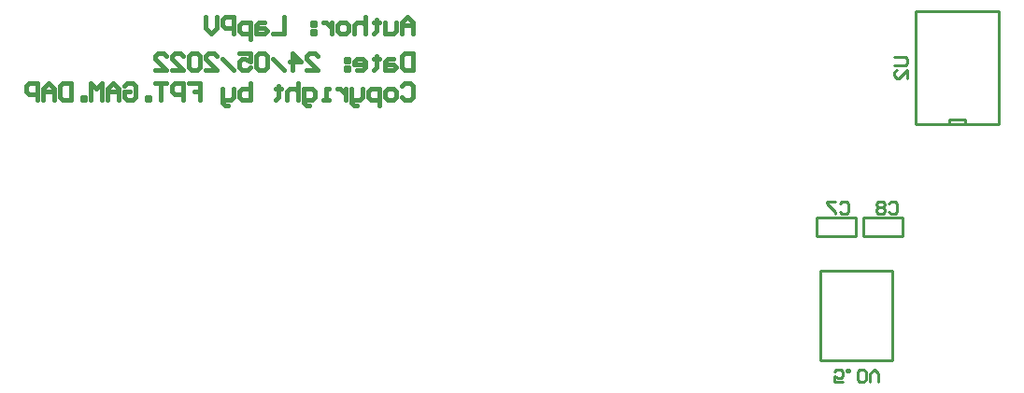
<source format=gbo>
G04*
G04 #@! TF.GenerationSoftware,Altium Limited,Altium Designer,21.6.1 (37)*
G04*
G04 Layer_Color=32896*
%FSTAX24Y24*%
%MOIN*%
G70*
G04*
G04 #@! TF.SameCoordinates,59C10F7D-216A-4877-8410-82FF31B31C47*
G04*
G04*
G04 #@! TF.FilePolarity,Positive*
G04*
G01*
G75*
%ADD10C,0.0100*%
%ADD11C,0.0150*%
D10*
X05305Y026115D02*
Y026785D01*
X05445D01*
X05305Y026115D02*
X05445D01*
Y026785D01*
X0547Y026115D02*
Y026785D01*
X0561D01*
X0547Y026115D02*
X0561D01*
Y026785D01*
X057762Y03031D02*
X058332D01*
Y030185D02*
Y03031D01*
X057762Y03012D02*
Y03031D01*
X056567Y03012D02*
Y03418D01*
X059537D01*
Y03012D02*
Y03418D01*
X056567Y03012D02*
X059537D01*
X053176Y021712D02*
X055735D01*
Y024902D01*
X053176D02*
X055735D01*
X053176Y021712D02*
Y024902D01*
X053875Y0273D02*
X05395Y027375D01*
X0541D01*
X054175Y0273D01*
Y027D01*
X0541Y026925D01*
X05395D01*
X053875Y027D01*
X053725Y027375D02*
X053425D01*
Y0273D01*
X053725Y027D01*
Y026925D01*
X055625Y0273D02*
X0557Y027375D01*
X05585D01*
X055925Y0273D01*
Y027D01*
X05585Y026925D01*
X0557D01*
X055625Y027D01*
X055475Y0273D02*
X0554Y027375D01*
X05525D01*
X055175Y0273D01*
Y027225D01*
X05525Y02715D01*
X055175Y027075D01*
Y027D01*
X05525Y026925D01*
X0554D01*
X055475Y027D01*
Y027075D01*
X0554Y02715D01*
X055475Y027225D01*
Y0273D01*
X0554Y02715D02*
X05525D01*
X055825Y032525D02*
X0562D01*
X056275Y03245D01*
Y0323D01*
X0562Y032225D01*
X055825D01*
X056275Y031775D02*
Y032075D01*
X055975Y031775D01*
X0559D01*
X055825Y03185D01*
Y032D01*
X0559Y032075D01*
X053968Y020915D02*
X053668D01*
Y02114D01*
X053818Y021065D01*
X053893D01*
X053968Y02114D01*
Y02129D01*
X053893Y021365D01*
X053743D01*
X053668Y02129D01*
X054118Y021365D02*
Y02129D01*
X054193D01*
Y021365D01*
X054118D01*
X054493Y02099D02*
X054568Y020915D01*
X054718D01*
X054793Y02099D01*
Y02129D01*
X054718Y021365D01*
X054568D01*
X054493Y02129D01*
Y02099D01*
X054943Y020915D02*
Y021215D01*
X055093Y021365D01*
X055243Y021215D01*
Y020915D01*
D11*
X03865Y033359D02*
Y033759D01*
X03845Y033959D01*
X03825Y033759D01*
Y033359D01*
Y033659D01*
X03865D01*
X03805Y033759D02*
Y033459D01*
X03795Y033359D01*
X03765D01*
Y033759D01*
X03735Y033859D02*
Y033759D01*
X03745D01*
X03725D01*
X03735D01*
Y033459D01*
X03725Y033359D01*
X036951Y033959D02*
Y033359D01*
Y033659D01*
X036851Y033759D01*
X036651D01*
X036551Y033659D01*
Y033359D01*
X036251D02*
X036051D01*
X035951Y033459D01*
Y033659D01*
X036051Y033759D01*
X036251D01*
X036351Y033659D01*
Y033459D01*
X036251Y033359D01*
X035751Y033759D02*
Y033359D01*
Y033559D01*
X035651Y033659D01*
X035551Y033759D01*
X035451D01*
X035151D02*
X035051D01*
Y033659D01*
X035151D01*
Y033759D01*
Y033459D02*
X035051D01*
Y033359D01*
X035151D01*
Y033459D01*
X034051Y033959D02*
Y033359D01*
X033652D01*
X033352Y033759D02*
X033152D01*
X033052Y033659D01*
Y033359D01*
X033352D01*
X033452Y033459D01*
X033352Y033559D01*
X033052D01*
X032852Y033159D02*
Y033759D01*
X032552D01*
X032452Y033659D01*
Y033459D01*
X032552Y033359D01*
X032852D01*
X032252D02*
Y033959D01*
X031952D01*
X031852Y033859D01*
Y033659D01*
X031952Y033559D01*
X032252D01*
X031652Y033959D02*
Y033559D01*
X031452Y033359D01*
X031252Y033559D01*
Y033959D01*
X03865Y03268D02*
Y03208D01*
X03835D01*
X03825Y03218D01*
Y03258D01*
X03835Y03268D01*
X03865D01*
X03795Y03248D02*
X03775D01*
X03765Y03238D01*
Y03208D01*
X03795D01*
X03805Y03218D01*
X03795Y03228D01*
X03765D01*
X03735Y03258D02*
Y03248D01*
X03745D01*
X03725D01*
X03735D01*
Y03218D01*
X03725Y03208D01*
X036651D02*
X036851D01*
X036951Y03218D01*
Y03238D01*
X036851Y03248D01*
X036651D01*
X036551Y03238D01*
Y03228D01*
X036951D01*
X036351Y03248D02*
X036251D01*
Y03238D01*
X036351D01*
Y03248D01*
Y03218D02*
X036251D01*
Y03208D01*
X036351D01*
Y03218D01*
X034851Y03208D02*
X035251D01*
X034851Y03248D01*
Y03258D01*
X034951Y03268D01*
X035151D01*
X035251Y03258D01*
X034351Y03208D02*
Y03268D01*
X034651Y03238D01*
X034251D01*
X034051Y03208D02*
X033652Y03248D01*
X033452Y03258D02*
X033352Y03268D01*
X033152D01*
X033052Y03258D01*
Y03218D01*
X033152Y03208D01*
X033352D01*
X033452Y03218D01*
Y03258D01*
X032452Y03268D02*
X032852D01*
Y03238D01*
X032652Y03248D01*
X032552D01*
X032452Y03238D01*
Y03218D01*
X032552Y03208D01*
X032752D01*
X032852Y03218D01*
X032252Y03208D02*
X031852Y03248D01*
X031252Y03208D02*
X031652D01*
X031252Y03248D01*
Y03258D01*
X031352Y03268D01*
X031552D01*
X031652Y03258D01*
X031052D02*
X030952Y03268D01*
X030753D01*
X030653Y03258D01*
Y03218D01*
X030753Y03208D01*
X030952D01*
X031052Y03218D01*
Y03258D01*
X030053Y03208D02*
X030453D01*
X030053Y03248D01*
Y03258D01*
X030153Y03268D01*
X030353D01*
X030453Y03258D01*
X029453Y03208D02*
X029853D01*
X029453Y03248D01*
Y03258D01*
X029553Y03268D01*
X029753D01*
X029853Y03258D01*
X03825Y0315D02*
X03835Y0316D01*
X03855D01*
X03865Y0315D01*
Y0311D01*
X03855Y031D01*
X03835D01*
X03825Y0311D01*
X03795Y031D02*
X03775D01*
X03765Y0311D01*
Y0313D01*
X03775Y0314D01*
X03795D01*
X03805Y0313D01*
Y0311D01*
X03795Y031D01*
X03745Y0308D02*
Y0314D01*
X03715D01*
X037051Y0313D01*
Y0311D01*
X03715Y031D01*
X03745D01*
X036851Y0314D02*
Y0311D01*
X036751Y031D01*
X036451D01*
Y0309D01*
X036551Y0308D01*
X036651D01*
X036451Y031D02*
Y0314D01*
X036251D02*
Y031D01*
Y0312D01*
X036151Y0313D01*
X036051Y0314D01*
X035951D01*
X035651Y031D02*
X035451D01*
X035551D01*
Y0314D01*
X035651D01*
X034951Y0308D02*
X034851D01*
X034751Y0309D01*
Y0314D01*
X035051D01*
X035151Y0313D01*
Y0311D01*
X035051Y031D01*
X034751D01*
X034551Y0316D02*
Y031D01*
Y0313D01*
X034451Y0314D01*
X034251D01*
X034151Y0313D01*
Y031D01*
X033852Y0315D02*
Y0314D01*
X033952D01*
X033752D01*
X033852D01*
Y0311D01*
X033752Y031D01*
X032852Y0316D02*
Y031D01*
X032552D01*
X032452Y0311D01*
Y0312D01*
Y0313D01*
X032552Y0314D01*
X032852D01*
X032252D02*
Y0311D01*
X032152Y031D01*
X031852D01*
Y0309D01*
X031952Y0308D01*
X032052D01*
X031852Y031D02*
Y0314D01*
X030653Y0316D02*
X031052D01*
Y0313D01*
X030853D01*
X031052D01*
Y031D01*
X030453D02*
Y0316D01*
X030153D01*
X030053Y0315D01*
Y0313D01*
X030153Y0312D01*
X030453D01*
X029853Y0316D02*
X029453D01*
X029653D01*
Y031D01*
X029253D02*
Y0311D01*
X029153D01*
Y031D01*
X029253D01*
X028353Y0315D02*
X028453Y0316D01*
X028653D01*
X028753Y0315D01*
Y0311D01*
X028653Y031D01*
X028453D01*
X028353Y0311D01*
Y0313D01*
X028553D01*
X028153Y031D02*
Y0314D01*
X027953Y0316D01*
X027754Y0314D01*
Y031D01*
Y0313D01*
X028153D01*
X027554Y031D02*
Y0316D01*
X027354Y0314D01*
X027154Y0316D01*
Y031D01*
X026954D02*
Y0311D01*
X026854D01*
Y031D01*
X026954D01*
X026454Y0316D02*
Y031D01*
X026154D01*
X026054Y0311D01*
Y0315D01*
X026154Y0316D01*
X026454D01*
X025854Y031D02*
Y0314D01*
X025654Y0316D01*
X025454Y0314D01*
Y031D01*
Y0313D01*
X025854D01*
X025254Y031D02*
Y0316D01*
X024954D01*
X024854Y0315D01*
Y0313D01*
X024954Y0312D01*
X025254D01*
M02*

</source>
